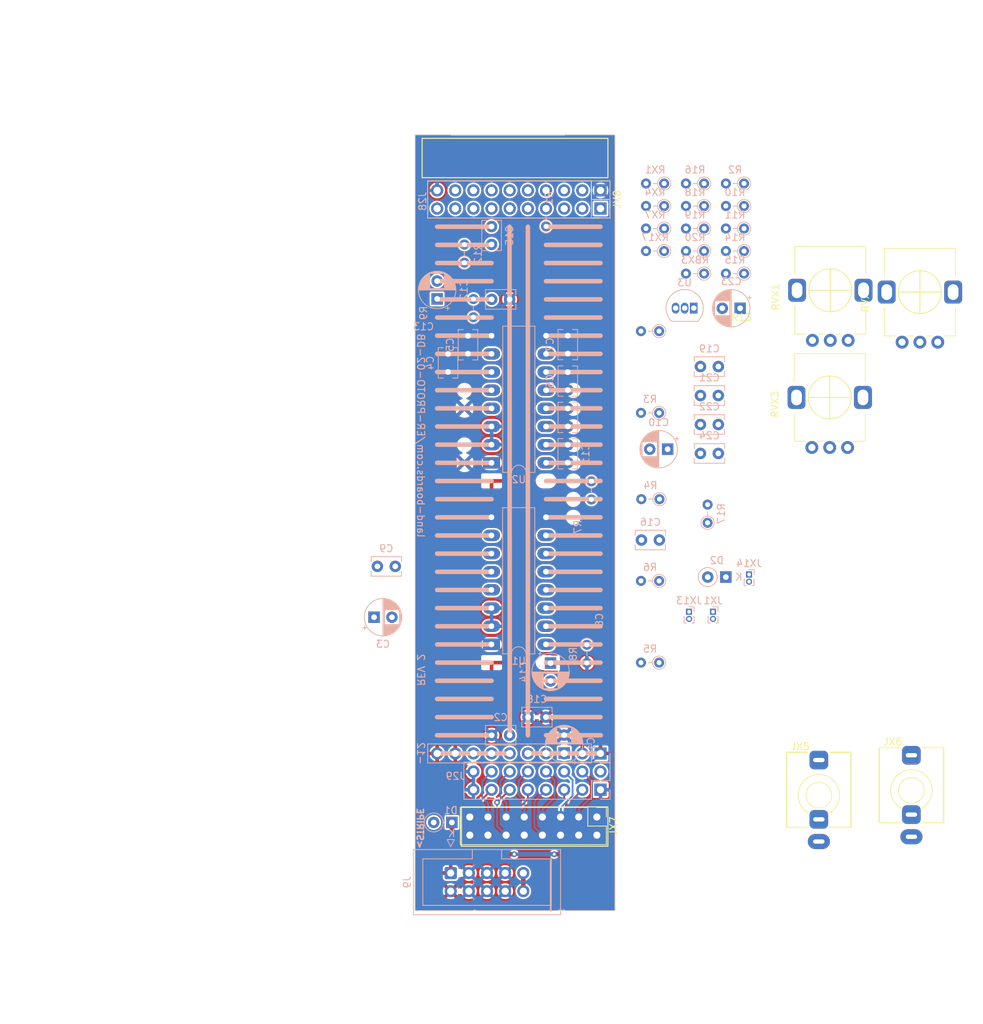
<source format=kicad_pcb>
(kicad_pcb (version 20221018) (generator pcbnew)
  (title_block (title "ER-PROTO-02") (date "2022-10-29") (rev "1") (company "LAND BOARDS, LLC") (comment 1 "EURORACK PROTOTYPE CARD") (comment 2 "6 POTS, 6 JACKS"))
  (layers (0 "F.Cu" signal) (31 "B.Cu" signal) (34 "B.Paste" user) (35 "F.Paste" user) (36 "B.SilkS" user "B.Silkscreen") (37 "F.SilkS" user "F.Silkscreen") (38 "B.Mask" user) (39 "F.Mask" user) (44 "Edge.Cuts" user))
  (net 0 "")
  (net 1 "Net-(C3-Pad1)")
  (net 2 "Net-(C4-Pad1)")
  (net 3 "Net-(C5-Pad1)")
  (net 4 "Net-(C6-Pad1)")
  (net 5 "Net-(C6-Pad2)")
  (net 6 "Net-(C7-Pad1)")
  (net 7 "Net-(C7-Pad2)")
  (net 8 "Net-(C8-Pad1)")
  (net 9 "Net-(C8-Pad2)")
  (net 10 "Net-(C9-Pad1)")
  (net 11 "Net-(C11-Pad1)")
  (net 12 "Net-(C11-Pad2)")
  (net 13 "/P2")
  (net 14 "/P7")
  (net 15 "/P8")
  (net 16 "Net-(C12-Pad1)")
  (net 17 "/P11")
  (net 18 "/P12")
  (net 19 "/P9")
  (net 20 "/P10")
  (net 21 "/P14")
  (net 22 "GND")
  (net 23 "/P13")
  (net 24 "/P16")
  (net 25 "/P15")
  (net 26 "Net-(U1C-+)")
  (net 27 "Net-(U1E-V-)")
  (net 28 "Net-(U1D--)")
  (net 29 "Net-(U1A--)")
  (net 30 "Net-(C19-Pad2)")
  (net 31 "+12V")
  (net 32 "+5V")
  (net 33 "/DRY")
  (net 34 "/OUT")
  (net 36 "/IN")
  (net 37 "Net-(U1B-+)")
  (net 38 "Net-(C23-Pad1)")
  (net 39 "Net-(U1B--)")
  (net 40 "Net-(C24-Pad2)")
  (net 41 "Net-(D1-A)")
  (net 42 "-12VA")
  (net 43 "Net-(D2-A)")
  (net 44 "-12V")
  (net 52 "/REPEAT")
  (net 53 "/BUF")
  (net 58 "/WET")
  (net 62 "unconnected-(J29-J2_R_N-Pad3)")
  (net 63 "unconnected-(J29-J2_T-Pad4)")
  (net 64 "unconnected-(J29-J4_R_N-Pad5)")
  (net 65 "unconnected-(J29-J4_T-Pad6)")
  (net 66 "unconnected-(J29-J6_R_N-Pad7)")
  (net 67 "unconnected-(J29-J1_R_N-Pad9)")
  (net 68 "unconnected-(J29-J1_T-Pad10)")
  (net 69 "unconnected-(J29-J3_R_N-Pad11)")
  (net 70 "unconnected-(J29-J3_T-Pad12)")
  (net 71 "unconnected-(J29-J5_R_N-Pad13)")
  (net 72 "Net-(JX1-Pin_1)")
  (net 73 "Net-(JX1-Pin_2)")
  (net 75 "Net-(JX5-PadS)")
  (net 76 "/VCO")
  (net 77 "Net-(JX5-PadT)")
  (net 79 "Net-(JX6-PadT)")
  (net 83 "Net-(R1-Pad1)")
  (net 86 "+12VA")
  (net 87 "Net-(JX7-J6_T)")
  (net 94 "Net-(JX7-J5_T)")
  (net 102 "Net-(JX8-POT2_2_W)")
  (net 103 "Net-(JX8-POT2_3_CCW)")
  (net 108 "Net-(JX8-POT3_2_W)")
  (net 109 "Net-(JX8-POT3_3_CCW)")
  (net 111 "Net-(JX8-POT1_2_W)")
  (net 112 "Net-(JX8-POT1_3_CCW)")
  (net 113 "Net-(JX13-Pin_1)")
  (net 114 "Net-(JX14-Pin_1)")
  (net 115 "Net-(U1C--)")
  (net 116 "Net-(RBX3-Pad1)")
  (net 117 "Net-(RVX1-Pad2)")
  (net 118 "Net-(RVX2-Pad2)")
  (footprint "AudioJacks:Jack_3.5mm_QingPu_WQP-PJ366ST_Vertical" (layer "F.Cu") (at 167.972 101.694)
    (fp_text reference "JX6")
    (fp_text value "PJ-398")
  )
  (footprint "AudioJacks:Jack_3.5mm_QingPu_WQP-PJ366ST_Vertical" (layer "F.Cu") (at 155.018 102.362)
    (fp_text reference "JX5")
    (fp_text value "PJ-398")
  )
  (footprint "Connector_PinHeader_2.54mm:PinHeader_2x08_P2.54mm_Vertical" (layer "F.Cu") (at 123.952 105.41 -90)
    (fp_text reference "JX7")
    (fp_text value "PROTO02_JACKS")
  )
  (footprint "LandBoards_Conns:RV09ACF" (layer "F.Cu") (at 169.164 32.004 90)
    (fp_text reference "RVX2")
    (fp_text value "B10K")
  )
  (footprint "Connector_PinHeader_2.54mm:PinHeader_2x10_P2.54mm_Vertical" (layer "F.Cu") (at 124.46 17.78 -90)
    (fp_text reference "JX8")
    (fp_text value "PROTO02_POTS")
  )
  (footprint "LandBoards_Conns:RV09ACF" (layer "F.Cu") (at 156.542 46.736 90)
    (fp_text reference "RVX3")
    (fp_text value "B10K")
  )
  (footprint "LandBoards_Conns:RV09ACF" (layer "F.Cu") (at 156.62 31.75 90)
    (fp_text reference "RVX1")
    (fp_text value "B50K")
  )
  (footprint "Diode_THT:D_DO-35_SOD27_P2.54mm_Vertical_KathodeUp" (layer "B.Cu") (at 142.007252 71.855371 180)
    (fp_text reference "D2")
    (fp_text value "BAT41")
  )
  (footprint "Capacitor_THT:CP_Radial_D5.0mm_P2.50mm" (layer "B.Cu") (at 144.010343 34.264 180)
    (fp_text reference "C23")
    (fp_text value "1uF")
  )
  (footprint "Connector_PinHeader_1.00mm:PinHeader_1x02_P1.00mm_Vertical" (layer "B.Cu") (at 136.858 76.708 180)
    (fp_text reference "JX13")
    (fp_text value "JUMPER")
  )
  (footprint "Resistor_THT:R_Axial_DIN0204_L3.6mm_D1.6mm_P2.54mm_Vertical" (layer "B.Cu") (at 144.550118 23.114 180)
    (fp_text reference "R11")
    (fp_text value "10K")
  )
  (footprint "Capacitor_THT:C_Rect_L4.0mm_W2.5mm_P2.50mm" (layer "B.Cu") (at 116.82 91.44 180)
    (fp_text reference "C18")
    (fp_text value "0.1uF")
  )
  (footprint "Resistor_THT:R_Axial_DIN0204_L3.6mm_D1.6mm_P2.54mm_Vertical" (layer "B.Cu") (at 144.550118 19.964 180)
    (fp_text reference "R10")
    (fp_text value "1M")
  )
  (footprint "Capacitor_THT:C_Rect_L4.0mm_W2.5mm_P2.50mm" (layer "B.Cu") (at 140.95 46.468 180)
    (fp_text reference "C21")
    (fp_text value "0.22uF")
  )
  (footprint "Package_TO_SOT_THT:TO-92_Inline" (layer "B.Cu") (at 137.510118 34.244 180)
    (fp_text reference "U3")
    (fp_text value "L78L05_TO92")
  )
  (footprint "Capacitor_THT:C_Rect_L4.0mm_W2.5mm_P2.50mm" (layer "B.Cu") (at 119.888 43.2 -90)
    (fp_text reference "C6")
    (fp_text value "100nF")
  )
  (footprint "Resistor_THT:R_Axial_DIN0204_L3.6mm_D1.6mm_P2.54mm_Vertical" (layer "B.Cu") (at 133.370118 26.264 180)
    (fp_text reference "RX17")
    (fp_text value "1K")
  )
  (footprint "Package_DIP:DIP-16_W7.62mm_LongPads" (layer "B.Cu") (at 109.205 81.265)
    (fp_text reference "U1")
    (fp_text value "PT2399")
  )
  (footprint "Connector_PinHeader_2.54mm:PinHeader_2x10_P2.54mm_Vertical" (layer "B.Cu") (at 124.46 20.32 90)
    (fp_text reference "J28")
    (fp_text value "PROTO02_POTS")
  )
  (footprint "Resistor_THT:R_Axial_DIN0204_L3.6mm_D1.6mm_P2.54mm_Vertical" (layer "B.Cu") (at 133.370118 19.964 180)
    (fp_text reference "RX4")
    (fp_text value "0")
  )
  (footprint "Resistor_THT:R_Axial_DIN0204_L3.6mm_D1.6mm_P2.54mm_Vertical" (layer "B.Cu") (at 116.84 22.81 90)
    (fp_text reference "R1")
    (fp_text value "10")
  )
  (footprint "Resistor_THT:R_Axial_DIN0204_L3.6mm_D1.6mm_P2.54mm_Vertical" (layer "B.Cu") (at 139.446 64.262 90)
    (fp_text reference "R17")
    (fp_text value "100K")
  )
  (footprint "Resistor_THT:R_Axial_DIN0204_L3.6mm_D1.6mm_P2.54mm_Vertical" (layer "B.Cu") (at 133.370118 23.114 180)
    (fp_text reference "RX7")
    (fp_text value "0")
  )
  (footprint "Resistor_THT:R_Axial_DIN0204_L3.6mm_D1.6mm_P2.54mm_Vertical" (layer "B.Cu") (at 106.68 35.51 90)
    (fp_text reference "R9")
    (fp_text value "10K")
  )
  (footprint "Resistor_THT:R_Axial_DIN0204_L3.6mm_D1.6mm_P2.54mm_Vertical" (layer "B.Cu") (at 123.19 58.47 -90)
    (fp_text reference "R7")
    (fp_text value "10K")
  )
  (footprint "Resistor_THT:R_Axial_DIN0204_L3.6mm_D1.6mm_P2.54mm_Vertical" (layer "B.Cu") (at 138.960118 16.814 180)
    (fp_text reference "R16")
    (fp_text value "1M")
  )
  (footprint "Resistor_THT:R_Axial_DIN0204_L3.6mm_D1.6mm_P2.54mm_Vertical" (layer "B.Cu") (at 144.550118 26.264 180)
    (fp_text reference "R14")
    (fp_text value "100K")
  )
  (footprint "Resistor_THT:R_Axial_DIN0204_L3.6mm_D1.6mm_P2.54mm_Vertical" (layer "B.Cu") (at 132.665 72.39 180)
    (fp_text reference "R6")
    (fp_text value "10K")
  )
  (footprint "Resistor_THT:R_Axial_DIN0204_L3.6mm_D1.6mm_P2.54mm_Vertical" (layer "B.Cu") (at 105.41 27.89 90)
    (fp_text reference "R12")
    (fp_text value "100K")
  )
  (footprint "Connector_PinHeader_1.00mm:PinHeader_1x02_P1.00mm_Vertical" (layer "B.Cu") (at 140.208 76.708 180)
    (fp_text reference "JX1")
    (fp_text value "JUMPER")
  )
  (footprint "Capacitor_THT:CP_Radial_D5.0mm_P2.50mm" (layer "B.Cu") (at 119.38 96.455113 90)
    (fp_text reference "C1")
    (fp_text value "47uF")
  )
  (footprint "Capacitor_THT:C_Rect_L4.0mm_W2.5mm_P2.50mm" (layer "B.Cu") (at 132.695 66.675 180)
    (fp_text reference "C16")
    (fp_text value "0.1uF")
  )
  (footprint "Resistor_THT:R_Axial_DIN0204_L3.6mm_D1.6mm_P2.54mm_Vertical" (layer "B.Cu") (at 122.555 81.33 -90)
    (fp_text reference "R8")
    (fp_text value "20K")
  )
  (footprint "Resistor_THT:R_Axial_DIN0204_L3.6mm_D1.6mm_P2.54mm_Vertical" (layer "B.Cu") (at 132.665 48.895 180)
    (fp_text reference "R3")
    (fp_text value "10K")
  )
  (footprint "Capacitor_THT:CP_Radial_D5.0mm_P2.50mm" (layer "B.Cu") (at 92.774888 77.47)
    (fp_text reference "C3")
    (fp_text value "1uF")
  )
  (footprint "Connector_PinHeader_2.54mm:PinHeader_2x08_P2.54mm_Vertical" (layer "B.Cu") (at 124.46 101.6 90)
    (fp_text reference "J29")
    (fp_text value "PROTO02_JACKS")
  )
  (footprint "Resistor_THT:R_Axial_DIN0204_L3.6mm_D1.6mm_P2.54mm_Vertical" (layer "B.Cu") (at 132.665 37.465 180)
    (fp_text reference "R13")
    (fp_text value "10K")
  )
  (footprint "Package_DIP:DIP-16_W7.62mm_LongPads" (layer "B.Cu") (at 109.22 55.88)
    (fp_text reference "U2")
    (fp_text value "PT2399")
  )
  (footprint "Capacitor_THT:CP_Radial_D5.0mm_P2.50mm" (layer "B.Cu") (at 101.6 32.955113 90)
    (fp_text reference "C12")
    (fp_text value "10nF")
  )
  (footprint "Capacitor_THT:C_Rect_L4.0mm_W2.5mm_P2.50mm" (layer "B.Cu") (at 119.888 38.1 -90)
    (fp_text reference "C7")
    (fp_text value "100nF")
  )
  (footprint "Capacitor_THT:C_Rect_L4.0mm_W2.5mm_P2.50mm" (layer "B.Cu") (at 140.95 42.418 180)
    (fp_text reference "C19")
    (fp_text value "47pF")
  )
  (footprint "Resistor_THT:R_Axial_DIN0204_L3.6mm_D1.6mm_P2.54mm_Vertical" (layer "B.Cu") (at 144.550118 29.414 180)
    (fp_text reference "R15")
    (fp_text value "100K")
  )
  (footprint "Capacitor_THT:C_Rect_L4.0mm_W2.5mm_P2.50mm" (layer "B.Cu") (at 95.738 70.358 180)
    (fp_text reference "C9")
    (fp_text value "15nF")
  )
  (footprint "Resistor_THT:R_Axial_DIN0204_L3.6mm_D1.6mm_P2.54mm_Vertical" (layer "B.Cu") (at 138.960118 19.964 180)
    (fp_text reference "R18")
    (fp_text value "10K")
  )
  (footprint "Connector_IDC:IDC-Header_2x05_P2.54mm_Vertical" (layer "B.Cu") (at 103.5 113.2475 -90)
    (fp_text reference "J9")
    (fp_text value "ER-PWR-2X5")
  )
  (footprint "Capacitor_THT:C_Rect_L4.0mm_W2.5mm_P2.50mm" (layer "B.Cu") (at 119.888 55.86 90)
    (fp_text reference "C11")
    (fp_text value "2.2uF")
  )
  (footprint "Capacitor_THT:CP_Radial_D5.0mm_P2.50mm" (layer "B.Cu") (at 133.855224 53.975 180)
    (fp_text reference "C10")
    (fp_text value "100uF")
  )
  (footprint "Capacitor_THT:CP_Radial_D5.0mm_P2.50mm" (layer "B.Cu") (at 117.475 83.884888 -90)
    (fp_text reference "C14")
    (fp_text value "47uF")
  )
  (footprint "Resistor_THT:R_Axial_DIN0204_L3.6mm_D1.6mm_P2.54mm_Vertical" (layer "B.Cu") (at 138.960118 23.114 180)
    (fp_text reference "R19")
    (fp_text value "68K")
  )
  (footprint "Capacitor_THT:C_Rect_L4.0mm_W2.5mm_P2.50mm" (layer "B.Cu") (at 140.95 54.568 180)
    (fp_text reference "C24")
    (fp_text value "4.7nF")
  )
  (footprint "Capacitor_THT:C_Rect_L4.0mm_W2.5mm_P2.50mm" (layer "B.Cu") (at 105.918 38.12 -90)
    (fp_text reference "C5")
    (fp_text value "0.1uF")
  )
  (footprint "Resistor_THT:R_Axial_DIN0204_L3.6mm_D1.6mm_P2.54mm_Vertical" (layer "B.Cu") (at 132.715 60.96 180)
    (fp_text reference "R4")
    (fp_text value "10K")
  )
  (footprint "Capacitor_THT:C_Rect_L4.0mm_W2.5mm_P2.50mm" (layer "B.Cu") (at 103.124 40.66 -90)
    (fp_text reference "C4")
    (fp_text value "0.1uF")
  )
  (footprint "Capacitor_THT:C_Rect_L4.0mm_W2.5mm_P2.50mm" (layer "B.Cu") (at 109.22 25.335113 90)
    (fp_text reference "C15")
    (fp_text value "47pF")
  )
  (footprint "Resistor_THT:R_Axial_DIN0204_L3.6mm_D1.6mm_P2.54mm_Vertical" (layer "B.Cu") (at 132.665 83.82 180)
    (fp_text reference "R5")
    (fp_text value "20K")
  )
  (footprint "Resistor_THT:R_Axial_DIN0204_L3.6mm_D1.6mm_P2.54mm_Vertical" (layer "B.Cu") (at 133.370118 16.814 180)
    (fp_text reference "RX1")
    (fp_text value "1K")
  )
  (footprint "Diode_THT:D_DO-35_SOD27_P2.54mm_Vertical_KathodeUp" (layer "B.Cu") (at 103.660686 106.172 180)
    (fp_text reference "D1")
    (fp_text value "BAT41")
  )
  (footprint "Capacitor_THT:C_Rect_L4.0mm_W2.5mm_P2.50mm" (layer "B.Cu") (at 140.95 50.518 180)
    (fp_text reference "C22")
    (fp_text value "2.2nF")
  )
  (footprint "Connector_PinHeader_2.54mm:PinHeader_1x10_P2.54mm_Vertical" (layer "B.Cu") (at 124.46 96.52 90)
    (fp_text reference "J15" hide)
    (fp_text value "Conn_01x10")
  )
  (footprint "Connector_PinHeader_1.00mm:PinHeader_1x02_P1.00mm_Vertical" (layer "B.Cu") (at 145.257252 71.494 180)
    (fp_text reference "JX14")
    (fp_text value "JUMPER")
  )
  (footprint "Resistor_THT:R_Axial_DIN0204_L3.6mm_D1.6mm_P2.54mm_Vertical" (layer "B.Cu") (at 138.960118 26.264 180)
    (fp_text reference "R20")
    (fp_text value "100K")
  )
  (footprint "Capacitor_THT:C_Rect_L4.0mm_W2.5mm_P2.50mm" (layer "B.Cu") (at 109.24 33.02)
    (fp_text reference "C13")
    (fp_text value "2.2uF")
  )
  (footprint "Resistor_THT:R_Axial_DIN0204_L3.6mm_D1.6mm_P2.54mm_Vertical" (layer "B.Cu") (at 138.960118 29.414 180)
    (fp_text reference "RBX3")
    (fp_text value "0")
  )
  (footprint "Capacitor_THT:C_Rect_L4.0mm_W2.5mm_P2.50mm" (layer "B.Cu") (at 111.74 93.98 180)
    (fp_text reference "C2")
    (fp_text value "0.1uF")
  )
  (footprint "Resistor_THT:R_Axial_DIN0204_L3.6mm_D1.6mm_P2.54mm_Vertical" (layer "B.Cu") (at 144.550118 16.814 180)
    (fp_text reference "R2")
    (fp_text value "10")
  )
  (footprint "Capacitor_THT:C_Rect_L4.0mm_W2.5mm_P2.50mm" (layer "B.Cu") (at 119.888 50.78 90)
    (fp_text reference "C8")
    (fp_text value "2.2nF")
  )
  (gr_line (start 116.84 40.64) (end 124.46 40.64) (stroke (width 0.635)) (layer "B.SilkS"))
  (gr_line (start 116.84 63.5) (end 124.46 63.5) (stroke (width 0.635)) (layer "B.SilkS"))
  (gr_line (start 111.76 93.98) (end 111.73 22.86) (stroke (width 0.635)) (layer "B.SilkS"))
  (gr_line (start 114.3 96.52) (end 124.46 96.52) (stroke (width 0.635)) (layer "B.SilkS"))
  (gr_line (start 101.6 33.02) (end 109.22 33.02) (stroke (width 0.635)) (layer "B.SilkS"))
  (gr_line (start 117.5 111.5) (end 117.5 118.5) (stroke (width 0.25)) (layer "B.SilkS"))
  (gr_line (start 101.6 60.96) (end 109.22 60.96) (stroke (width 0.635)) (layer "B.SilkS"))
  (gr_line (start 116.84 93.98) (end 124.5 93.98) (stroke (width 0.635)) (layer "B.SilkS"))
  (gr_line (start 116.84 73.66) (end 124.46 73.66) (stroke (width 0.635)) (layer "B.SilkS"))
  (gr_line (start 101.6 93.98) (end 109.22 93.98) (stroke (width 0.635)) (layer "B.SilkS"))
  (gr_line (start 101.6 53.34) (end 109.22 53.34) (stroke (width 0.635)) (layer "B.SilkS"))
  (gr_line (start 116.84 71.12) (end 124.46 71.12) (stroke (width 0.635)) (layer "B.SilkS"))
  (gr_line (start 116.84 60.96) (end 124.46 60.96) (stroke (width 0.635)) (layer "B.SilkS"))
  (gr_line (start 116.84 58.42) (end 124.46 58.42) (stroke (width 0.635)) (layer "B.SilkS"))
  (gr_line (start 116.84 30.48) (end 124.46 30.48) (stroke (width 0.635)) (layer "B.SilkS"))
  (gr_line (start 101.6 81.28) (end 109.22 81.28) (stroke (width 0.635)) (layer "B.SilkS"))
  (gr_line (start 116.84 50.8) (end 124.46 50.8) (stroke (width 0.635)) (layer "B.SilkS"))
  (gr_line (start 116.84 35.56) (end 124.46 35.56) (stroke (width 0.635)) (layer "B.SilkS"))
  (gr_line (start 116.84 45.72) (end 124.46 45.72) (stroke (width 0.635)) (layer "B.SilkS"))
  (gr_line (start 116.84 22.86) (end 124.46 22.86) (stroke (width 0.635)) (layer "B.SilkS"))
  (gr_line (start 101.6 58.42) (end 109.22 58.42) (stroke (width 0.635)) (layer "B.SilkS"))
  (gr_line (start 101.6 25.4) (end 109.22 25.4) (stroke (width 0.635)) (layer "B.SilkS"))
  (gr_line (start 101.6 83.82) (end 109.22 83.82) (stroke (width 0.635)) (layer "B.SilkS"))
  (gr_line (start 101.6 45.72) (end 109.22 45.72) (stroke (width 0.635)) (layer "B.SilkS"))
  (gr_line (start 101.6 27.94) (end 109.22 27.94) (stroke (width 0.635)) (layer "B.SilkS"))
  (gr_line (start 101.6 66.04) (end 109.22 66.04) (stroke (width 0.635)) (layer "B.SilkS"))
  (gr_line (start 116.84 88.9) (end 124.46 88.9) (stroke (width 0.635)) (layer "B.SilkS"))
  (gr_line (start 116.84 81.28) (end 124.46 81.28) (stroke (width 0.635)) (layer "B.SilkS"))
  (gr_line (start 101.6 91.44) (end 109.22 91.44) (stroke (width 0.635)) (layer "B.SilkS"))
  (gr_line (start 101.6 50.8) (end 109.22 50.8) (stroke (width 0.635)) (layer "B.SilkS"))
  (gr_line (start 101.6 76.2) (end 109.22 76.2) (stroke (width 0.635)) (layer "B.SilkS"))
  (gr_line (start 101.6 22.86) (end 109.22 22.86) (stroke (width 0.635)) (layer "B.SilkS"))
  (gr_line (start 101.6 40.64) (end 109.22 40.64) (stroke (width 0.635)) (layer "B.SilkS"))
  (gr_line (start 116.84 76.2) (end 124.46 76.2) (stroke (width 0.635)) (layer "B.SilkS"))
  (gr_line (start 116.84 53.34) (end 124.46 53.34) (stroke (width 0.635)) (layer "B.SilkS"))
  (gr_line (start 116.84 91.44) (end 124.46 91.44) (stroke (width 0.635)) (layer "B.SilkS"))
  (gr_line (start 101.6 55.88) (end 109.22 55.88) (stroke (width 0.635)) (layer "B.SilkS"))
  (gr_line (start 116.84 66.04) (end 124.46 66.04) (stroke (width 0.635)) (layer "B.SilkS"))
  (gr_line (start 116.84 43.18) (end 124.46 43.18) (stroke (width 0.635)) (layer "B.SilkS"))
  (gr_line (start 101.6 96.52) (end 111.76 96.52) (stroke (width 0.635)) (layer "B.SilkS"))
  (gr_line (start 116.84 86.36) (end 124.46 86.36) (stroke (width 0.635)) (layer "B.SilkS"))
  (gr_line (start 116.84 83.82) (end 124.46 83.82) (stroke (width 0.635)) (layer "B.SilkS"))
  (gr_line (start 101.6 86.36) (end 109.22 86.36) (stroke (width 0.635)) (layer "B.SilkS"))
  (gr_line (start 101.6 43.18) (end 109.22 43.18) (stroke (width 0.635)) (layer "B.SilkS"))
  (gr_line (start 116.84 68.58) (end 124.46 68.58) (stroke (width 0.635)) (layer "B.SilkS"))
  (gr_line (start 116.84 78.74) (end 124.46 78.74) (stroke (width 0.635)) (layer "B.SilkS"))
  (gr_line (start 114.3 93.98) (end 114.3 22.86) (stroke (width 0.635)) (layer "B.SilkS"))
  (gr_line (start 116.84 27.94) (end 124.46 27.94) (stroke (width 0.635)) (layer "B.SilkS"))
  (gr_line (start 101.6 73.66) (end 109.22 73.66) (stroke (width 0.635)) (layer "B.SilkS"))
  (gr_line (start 101.6 63.5) (end 109.22 63.5) (stroke (width 0.635)) (layer "B.SilkS"))
  (gr_line (start 116.84 33.02) (end 124.46 33.02) (stroke (width 0.635)) (layer "B.SilkS"))
  (gr_line (start 116.84 38.1) (end 124.46 38.1) (stroke (width 0.635)) (layer "B.SilkS"))
  (gr_line (start 116.84 48.26) (end 124.46 48.26) (stroke (width 0.635)) (layer "B.SilkS"))
  (gr_line (start 101.6 48.26) (end 109.22 48.26) (stroke (width 0.635)) (layer "B.SilkS"))
  (gr_line (start 101.6 68.58) (end 109.22 68.58) (stroke (width 0.635)) (layer "B.SilkS"))
  (gr_line (start 101.6 38.1) (end 109.22 38.1) (stroke (width 0.635)) (layer "B.SilkS"))
  (gr_line (start 116.84 25.4) (end 124.46 25.4) (stroke (width 0.635)) (layer "B.SilkS"))
  (gr_line (start 101.6 71.12) (end 109.22 71.12) (stroke (width 0.635)) (layer "B.SilkS"))
  (gr_line (start 101.6 88.9) (end 109.22 88.9) (stroke (width 0.635)) (layer "B.SilkS"))
  (gr_line (start 101.6 30.48) (end 109.22 30.48) (stroke (width 0.635)) (layer "B.SilkS"))
  (gr_line (start 101.6 35.56) (end 109.22 35.56) (stroke (width 0.635)) (layer "B.SilkS"))
  (gr_line (start 116.84 55.88) (end 124.46 55.88) (stroke (width 0.635)) (layer "B.SilkS"))
  (gr_line (start 101.6 78.74) (end 109.22 78.74) (stroke (width 0.635)) (layer "B.SilkS"))
  (gr_rect (start 105 104) (end 125.5 109.5) (stroke (width 0.15)) (fill none) (layer "F.SilkS"))
  (gr_rect (start 99.5 10.5) (end 125.5 16) (stroke (width 0.15)) (fill none) (layer "F.SilkS"))
  (gr_rect (start 98.5 10) (end 126.5 118.5) (stroke (width 0.1)) (fill none) (layer "Edge.Cuts"))
  (gr_text "<STRIPE" (at 99.2 107 270) (layer "B.SilkS") (effects (font (size 0.889 0.889) (thickness 0.22225)) (justify mirror)))
  (gr_text "-12" (at 99.314 96.52 270) (layer "B.SilkS") (effects (font (size 1 1)) (justify mirror)))
  (gr_text "REV 2" (at 99.314 84.836 270) (layer "B.SilkS") (effects (font (size 1 1)) (justify mirror)))
  (gr_text "land-boards.com/ER-PROTO-02-DB" (at 99.314 52.07 270) (layer "B.SilkS") (effects (font (size 1 1)) (justify mirror)))
  (segment (start 124.46 96.52) (end 123.094511 97.885489) (width 0.25) (layer "F.Cu") (net 31))
  (segment (start 104.775 108.331) (end 104.775 109.855) (width 0.254) (layer "F.Cu") (net 31))
  (segment (start 103.660686 107.216686) (end 104.394 107.95) (width 0.635) (layer "F.Cu") (net 31))
  (segment (start 120.142 110.617) (end 121.383 110.617) (width 0.635) (layer "F.Cu") (net 31))
  (segment (start 104.394 107.95) (end 104.775 108.331) (width 0.254) (layer "F.Cu") (net 31))
  (segment (start 112.395 110.617) (end 105.537 110.617) (width 0.635) (layer "F.Cu") (net 31))
  (segment (start 121.92 96.52) (end 124.46 96.52) (width 0.25) (layer "F.Cu") (net 31))
  (segment (start 122.634511 104.973501) (end 122.634511 109.365489) (width 0.25) (layer "F.Cu") (net 31))
  (segment (start 103.660686 106.172) (end 103.660686 107.216686) (width 0.635) (layer "F.Cu") (net 31))
  (segment (start 114.3 96.52) (end 116.84 96.52) (width 0.254) (layer "F.Cu") (net 31))
  (segment (start 117.983 110.617) (end 120.142 110.617) (width 0.635) (layer "F.Cu") (net 31))
  (segment (start 104.775 109.855) (end 105.029 110.109) (width 0.254) (layer "F.Cu") (net 31))
  (segment (start 123.094511 97.885489) (end 123.094511 104.513501) (width 0.25) (layer "F.Cu") (net 31))
  (segment (start 122.634511 109.365489) (end 121.383 110.617) (width 0.25) (layer "F.Cu") (net 31))
  (segment (start 123.094511 104.513501) (end 122.634511 104.973501) (width 0.25) (layer "F.Cu") (net 31))
  (segment (start 105.537 110.617) (end 105.029 110.109) (width 0.635) (layer "F.Cu") (net 31))
  (segment (start 121.92 96.52) (end 116.84 96.52) (width 0.25) (layer "F.Cu") (net 31))
  (via (at 117.983 110.617) (size 0.8) (drill 0.4) (layers "F.Cu" "B.Cu") (net 31))
  (via (at 112.395 110.617) (size 0.8) (drill 0.4) (layers "F.Cu" "B.Cu") (net 31))
  (segment (start 113.03 110.617) (end 117.983 110.617) (width 0.635) (layer "B.Cu") (net 31))
  (segment (start 116.84 99.06) (end 118.014511 100.234511) (width 0.25) (layer "B.Cu") (net 34))
  (segment (start 116.38 105.46) (end 116.38 104.346) (width 0.25) (layer "B.Cu") (net 34))
  (segment (start 118.014511 100.234511) (end 118.014511 102.711489) (width 0.25) (layer "B.Cu") (net 34))
  (segment (start 116.38 104.346) (end 118.014511 102.711489) (width 0.25) (layer "B.Cu") (net 34))
  (segment (start 107.91 100.37) (end 109.22 99.06) (width 0.25) (layer "B.Cu") (net 36))
  (segment (start 108.76 103.506) (end 107.91 102.656) (width 0.25) (layer "B.Cu") (net 36))
  (segment (start 107.91 102.656) (end 107.91 100.37) (width 0.25) (layer "B.Cu") (net 36))
  (segment (start 108.76 105.46) (end 108.76 103.506) (width 0.25) (layer "B.Cu") (net 36))
  (segment (start 120.285489 106.825489) (end 121.46 108) (width 0.25) (layer "F.Cu") (net 62))
  (segment (start 121.92 101.6) (end 120.285489 103.234511) (width 0.25) (layer "F.Cu") (net 62))
  (segment (start 120.285489 103.234511) (end 120.285489 106.825489) (width 0.25) (layer "F.Cu") (net 62))
  (segment (start 121.46 104.346) (end 123.285489 102.520511) (width 0.25) (layer "B.Cu") (net 63))
  (segment (start 123.285489 100.425489) (end 123.285489 102.520511) (width 0.25) (layer "B.Cu") (net 63))
  (segment (start 121.92 99.06) (end 123.285489 100.425489) (width 0.25) (layer "B.Cu") (net 63))
  (segment (start 121.46 105.46) (end 121.46 104.346) (width 0.25) (layer "B.Cu") (net 63))
  (segment (start 118.11 106.68) (end 118.618 106.68) (width 0.25) (layer "F.Cu") (net 64))
  (segment (start 119.38 102.87) (end 117.745489 104.504511) (width 0.25) (layer "F.Cu") (net 64))
  (segment (start 117.745489 104.504511) (end 117.745489 106.315489) (width 0.25) (layer "F.Cu") (net 64))
  (segment (start 118.618 106.68) (end 118.92 106.982) (width 0.25) (layer "F.Cu") (net 64))
  (segment (start 118.92 106.982) (end 118.92 108) (width 0.25) (layer "F.Cu") (net 64))
  (segment (start 119.38 101.6) (end 119.38 102.87) (width 0.25) (layer "F.Cu") (net 64))
  (segment (start 117.745489 106.315489) (end 118.11 106.68) (width 0.25) (layer "F.Cu") (net 64))
  (segment (start 119.38 99.06) (end 120.554511 100.234511) (width 0.25) (layer "B.Cu") (net 65))
  (segment (start 118.92 105.46) (end 118.92 104.092) (width 0.25) (layer "B.Cu") (net 65))
  (segment (start 120.554511 100.234511) (end 120.554511 102.457489) (width 0.25) (layer "B.Cu") (net 65))
  (segment (start 118.92 104.092) (end 120.554511 102.457489) (width 0.25) (layer "B.Cu") (net 65))
  (segment (start 115.205489 106.825489) (end 115.205489 103.234511) (width 0.25) (layer "B.Cu") (net 66))
  (segment (start 116.38 108) (end 115.205489 106.825489) (width 0.25) (layer "B.Cu") (net 66))
  (segment (start 115.205489 103.234511) (end 116.84 101.6) (width 0.25) (layer "B.Cu") (net 66))
  (segment (start 114.3 102.902978) (end 112.665489 104.537489) (width 0.25) (layer "F.Cu") (net 67))
  (segment (start 112.665489 106.825489) (end 113.84 108) (width 0.25) (layer "F.Cu") (net 67))
  (segment (start 112.665489 104.537489) (end 112.665489 106.825489) (width 0.25) (layer "F.Cu") (net 67))
  (segment (start 114.3 101.6) (end 114.3 102.902978) (width 0.25) (layer "F.Cu") (net 67))
  (segment (start 112.99 100.37) (end 114.3 99.06) (width 0.25) (layer "B.Cu") (net 68))
  (segment (start 113.84 103.172) (end 112.99 102.322) (width 0.25) (layer "B.Cu") (net 68))
  (segment (start 112.99 102.322) (end 112.99 100.37) (width 0.25) (layer "B.Cu") (net 68))
  (segment (start 113.84 105.46) (end 113.84 103.172) (width 0.25) (layer "B.Cu") (net 68))
  (segment (start 109.982 103.378) (end 111.76 101.6) (width 0.25) (layer "F.Cu") (net 69))
  (via (at 109.982 103.378) (size 0.8) (drill 0.4) (layers "F.Cu" "B.Cu") (net 69))
  (segment (start 109.982 103.378) (end 109.982 106.682) (width 0.25) (layer "B.Cu") (net 69))
  (segment (start 109.982 106.682) (end 111.3 108) (width 0.25) (layer "B.Cu") (net 69))
  (segment (start 110.45 102.576) (end 110.45 100.37) (width 0.25) (layer "B.Cu") (net 70))
  (segment (start 111.3 105.46) (end 111.3 103.426) (width 0.25) (layer "B.Cu") (net 70))
  (segment (start 111.3 103.426) (end 110.45 102.576) (width 0.25) (layer "B.Cu") (net 70))
  (segment (start 110.45 100.37) (end 111.76 99.06) (width 0.25) (layer "B.Cu") (net 70))
  (segment (start 108.76 108) (end 107.585489 106.825489) (width 0.25) (layer "F.Cu") (net 71))
  (segment (start 107.585489 103.234511) (end 109.22 101.6) (width 0.25) (layer "F.Cu") (net 71))
  (segment (start 107.585489 106.825489) (end 107.585489 103.234511) (width 0.25) (layer "F.Cu") (net 71))
  (segment (start 113.659996 113.2475) (end 113.659996 115.7875) (width 0.635) (layer "F.Cu") (net 86))
  (zone (net 42) (net_name "-12VA") (layer "F.Cu") (connect_pads (clearance 0.254)) (min_thickness 0.254) (fill yes (thermal_gap 0.508) (thermal_bridge_width 0.508))
    (polygon (pts (xy 106.68 118.491) (xy 98.552 118.491) (xy 98.552 101.981) (xy 106.68 101.981)))
  )
  (zone (net 31) (net_name "+12V") (layer "F.Cu") (connect_pads (clearance 0.3048)) (min_thickness 0.254) (fill yes (thermal_gap 0.508) (thermal_bridge_width 0.508))
    (polygon (pts (xy 126.5 118.5) (xy 119.5 118.5) (xy 119.5 10) (xy 126.5 10)))
  )
  (zone (net 32) (net_name "+5V") (layer "F.Cu") (connect_pads (clearance 0.254)) (min_thickness 0.254) (fill yes (thermal_gap 0.508) (thermal_bridge_width 0.508))
    (polygon (pts (xy 118.5 118.5) (xy 107 118.5) (xy 107.5 11.778) (xy 118.5 11.778)))
  )
  (zone (net 44) (net_name "-12V") (layer "F.Cu") (connect_pads (clearance 0.254)) (min_thickness 0.254) (fill yes (thermal_gap 0.508) (thermal_bridge_width 0.508))
    (polygon (pts (xy 105.091822 98.172159) (xy 106.553 98.044) (xy 106.553 101.727) (xy 98.5 101.727) (xy 98.5 10) (xy 103.5 10)))
  )
  (zone (net 22) (net_name "GND") (layer "B.Cu") (connect_pads (clearance 0.254)) (min_thickness 0.254) (fill yes (thermal_gap 0.508) (thermal_bridge_width 0.508))
    (polygon (pts (xy 126.43 118.400004) (xy 98.4 118.400004) (xy 98.5 10.1) (xy 126.43 10.100004)))
  )
)
</source>
